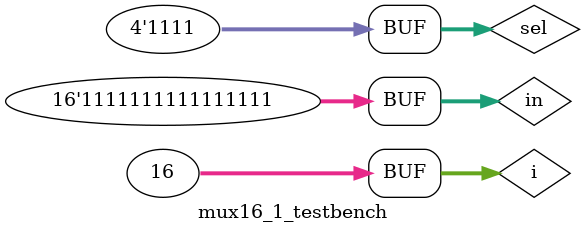
<source format=sv>
`timescale 1ns/10ps
module mux16_1(out, in, sel);
 output logic out;
 input logic [15:0] in;
 input logic [3:0] sel;

 logic v0, v1;
  
  mux8_1 m5 (.out(v0), .in(in[7:0]), .sel(sel[2:0]));
  mux8_1 m4(.out(v1), .in(in[15:8]), .sel(sel[2:0]));
  mux2_1 m (.out, .in({v1, v0}), .sel(sel[3]));

endmodule

module mux16_1_testbench();
 logic out;
 logic [15:0] in;
 logic [3:0] sel;

 mux16_1 dut (.out, .in, .sel);
 
 integer i;
 initial begin
	 for (i = 0; i < 16; i++) begin
		sel = i;
		in[i] = 0; #10;
		in[i] = 1; #10;
	end
	
 end
endmodule

</source>
